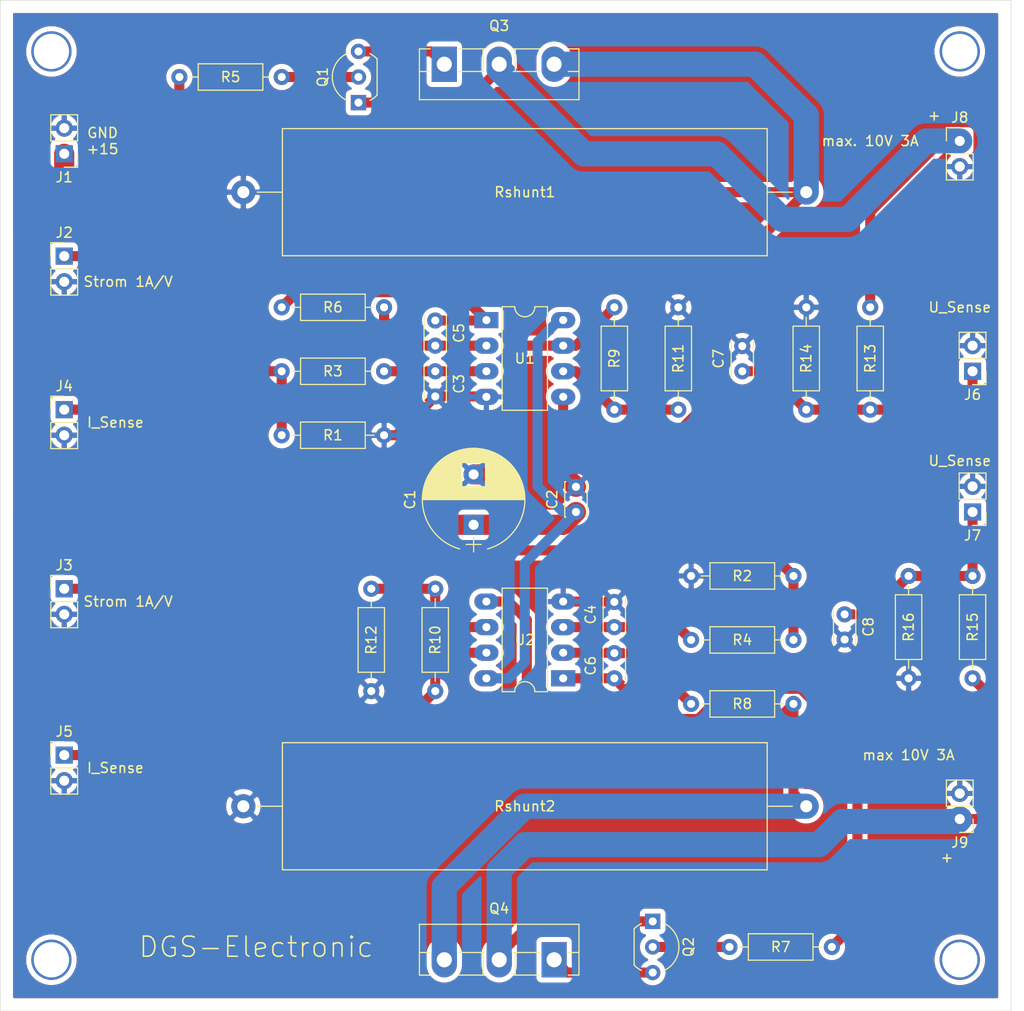
<source format=kicad_pcb>
(kicad_pcb (version 20171130) (host pcbnew 5.1.4-5.1.4)
  (layers (0 F.Cu signal) (31 B.Cu signal) (37 F.SilkS user) (38 B.Mask user) (39 F.Mask user) (44 Edge.Cuts user))
  (net 0 "")
  (net 1 GND)
  (net 2 +15V)
  (net 3 "Net-(C3-Pad1)")
  (net 4 "Net-(C4-Pad1)")
  (net 5 "Net-(C5-Pad1)")
  (net 6 "Net-(C5-Pad2)")
  (net 7 "Net-(C6-Pad2)")
  (net 8 "Net-(C6-Pad1)")
  (net 9 /U_Sense1)
  (net 10 /U_Sense2)
  (net 11 /Strom1)
  (net 12 /Strom2)
  (net 13 /I_Sense1)
  (net 14 /I_Sense2)
  (net 15 /Load1+)
  (net 16 /Load2+)
  (net 17 "Net-(Q1-Pad2)")
  (net 18 "Net-(Q1-Pad3)")
  (net 19 "Net-(Q2-Pad3)")
  (net 20 "Net-(Q2-Pad2)")
  (net 21 /U_Sh1)
  (net 22 /U_Sh2)
  (net 23 "Net-(R11-Pad2)")
  (net 24 "Net-(R10-Pad1)")
  (module Pin_Headers:Pin_Header_Straight_1x02_Pitch2.54mm (layer F.Cu) (at 209.55 119.38 180)
    (fp_text reference J9 (at 0 -2.33) (layer F.SilkS))
    (fp_text value Conn_01x02)
    (pad 1 thru_hole rect (at 0 0 180) (size 1.7 1.7) (drill 1) (layers *.Cu *.Mask) (net 16 /Load2+))
    (pad 2 thru_hole oval (at 0 2.54 180) (size 1.7 1.7) (drill 1) (layers *.Cu *.Mask) (net 1 GND))
  )
  (module Pin_Headers:Pin_Header_Straight_1x02_Pitch2.54mm (layer F.Cu) (at 209.55 52.07)
    (fp_text reference J8 (at 0 -2.33) (layer F.SilkS))
    (fp_text value Conn_01x02)
    (pad 1 thru_hole rect (at 0 0) (size 1.7 1.7) (drill 1) (layers *.Cu *.Mask) (net 15 /Load1+))
    (pad 2 thru_hole oval (at 0 2.54) (size 1.7 1.7) (drill 1) (layers *.Cu *.Mask) (net 1 GND))
  )
  (module Pin_Headers:Pin_Header_Straight_1x02_Pitch2.54mm (layer F.Cu) (at 120.65 53.34 180)
    (fp_text reference J1 (at 0 -2.33) (layer F.SilkS))
    (fp_text value Conn_01x02)
    (pad 1 thru_hole rect (at 0 0 180) (size 1.7 1.7) (drill 1) (layers *.Cu *.Mask) (net 2 +15V))
    (pad 2 thru_hole oval (at 0 2.54 180) (size 1.7 1.7) (drill 1) (layers *.Cu *.Mask) (net 1 GND))
  )
  (module Resistors_THT:R_Axial_Power_L48.0mm_W12.5mm_P55.88mm (layer F.Cu) (at 138.43 118.11)
    (fp_text reference Rshunt2 (at 27.94 0) (layer F.SilkS))
    (fp_text value "1R 10W")
    (pad 2 thru_hole oval (at 55.88 0) (size 2.4 2.4) (drill 1.2) (layers *.Cu *.Mask) (net 22 /U_Sh2))
    (pad 1 thru_hole circle (at 0 0) (size 2.4 2.4) (drill 1.2) (layers *.Cu *.Mask) (net 1 GND))
  )
  (module Pin_Headers:Pin_Header_Straight_1x02_Pitch2.54mm (layer F.Cu) (at 210.82 88.9 180)
    (fp_text reference J7 (at 0 -2.33) (layer F.SilkS))
    (fp_text value Conn_Coaxial)
    (pad 1 thru_hole rect (at 0 0 180) (size 1.7 1.7) (drill 1) (layers *.Cu *.Mask) (net 10 /U_Sense2))
    (pad 2 thru_hole oval (at 0 2.54 180) (size 1.7 1.7) (drill 1) (layers *.Cu *.Mask) (net 1 GND))
  )
  (module Pin_Headers:Pin_Header_Straight_1x02_Pitch2.54mm (layer F.Cu) (at 210.82 74.93 180)
    (fp_text reference J6 (at 0 -2.33) (layer F.SilkS))
    (fp_text value Conn_Coaxial)
    (pad 1 thru_hole rect (at 0 0 180) (size 1.7 1.7) (drill 1) (layers *.Cu *.Mask) (net 9 /U_Sense1))
    (pad 2 thru_hole oval (at 0 2.54 180) (size 1.7 1.7) (drill 1) (layers *.Cu *.Mask) (net 1 GND))
  )
  (module Pin_Headers:Pin_Header_Straight_1x02_Pitch2.54mm (layer F.Cu) (at 120.65 113.03)
    (fp_text reference J5 (at 0 -2.33) (layer F.SilkS))
    (fp_text value Conn_Coaxial)
    (pad 1 thru_hole rect (at 0 0) (size 1.7 1.7) (drill 1) (layers *.Cu *.Mask) (net 14 /I_Sense2))
    (pad 2 thru_hole oval (at 0 2.54) (size 1.7 1.7) (drill 1) (layers *.Cu *.Mask) (net 1 GND))
  )
  (module Pin_Headers:Pin_Header_Straight_1x02_Pitch2.54mm (layer F.Cu) (at 120.65 78.74)
    (fp_text reference J4 (at 0 -2.33) (layer F.SilkS))
    (fp_text value Conn_Coaxial)
    (pad 1 thru_hole rect (at 0 0) (size 1.7 1.7) (drill 1) (layers *.Cu *.Mask) (net 13 /I_Sense1))
    (pad 2 thru_hole oval (at 0 2.54) (size 1.7 1.7) (drill 1) (layers *.Cu *.Mask) (net 1 GND))
  )
  (module Pin_Headers:Pin_Header_Straight_1x02_Pitch2.54mm (layer F.Cu) (at 120.65 96.52)
    (fp_text reference J3 (at 0 -2.33) (layer F.SilkS))
    (fp_text value Conn_Coaxial)
    (pad 1 thru_hole rect (at 0 0) (size 1.7 1.7) (drill 1) (layers *.Cu *.Mask) (net 12 /Strom2))
    (pad 2 thru_hole oval (at 0 2.54) (size 1.7 1.7) (drill 1) (layers *.Cu *.Mask) (net 1 GND))
  )
  (module Pin_Headers:Pin_Header_Straight_1x02_Pitch2.54mm (layer F.Cu) (at 120.65 63.5)
    (fp_text reference J2 (at 0 -2.33) (layer F.SilkS))
    (fp_text value Conn_Coaxial)
    (pad 1 thru_hole rect (at 0 0) (size 1.7 1.7) (drill 1) (layers *.Cu *.Mask) (net 11 /Strom1))
    (pad 2 thru_hole oval (at 0 2.54) (size 1.7 1.7) (drill 1) (layers *.Cu *.Mask) (net 1 GND))
  )
  (module Capacitors_THT:CP_Radial_D10.0mm_P5.00mm (layer F.Cu) (at 161.29 90.17 90)
    (fp_text reference C1 (at 2.5 -6.31 90) (layer F.SilkS))
    (fp_text value 100u)
    (pad 2 thru_hole circle (at 5 0 90) (size 2 2) (drill 1) (layers *.Cu *.Mask) (net 1 GND))
    (pad 1 thru_hole rect (at 0 0 90) (size 2 2) (drill 1) (layers *.Cu *.Mask) (net 2 +15V))
  )
  (module Capacitors_THT:C_Disc_D3.4mm_W2.1mm_P2.50mm (layer F.Cu) (at 171.45 88.9 90)
    (fp_text reference C2 (at 1.25 -2.36 90) (layer F.SilkS))
    (fp_text value 100n)
    (pad 2 thru_hole circle (at 2.5 0 90) (size 1.6 1.6) (drill 0.8) (layers *.Cu *.Mask) (net 1 GND))
    (pad 1 thru_hole circle (at 0 0 90) (size 1.6 1.6) (drill 0.8) (layers *.Cu *.Mask) (net 2 +15V))
  )
  (module Capacitors_THT:C_Disc_D3.4mm_W2.1mm_P2.50mm (layer F.Cu) (at 157.48 74.93 270)
    (fp_text reference C3 (at 1.25 -2.36 90) (layer F.SilkS))
    (fp_text value 100n)
    (pad 1 thru_hole circle (at 0 0 270) (size 1.6 1.6) (drill 0.8) (layers *.Cu *.Mask) (net 3 "Net-(C3-Pad1)"))
    (pad 2 thru_hole circle (at 2.5 0 270) (size 1.6 1.6) (drill 0.8) (layers *.Cu *.Mask) (net 1 GND))
  )
  (module Capacitors_THT:C_Disc_D3.4mm_W2.1mm_P2.50mm (layer F.Cu) (at 175.26 100.33 90)
    (fp_text reference C4 (at 1.25 -2.36 90) (layer F.SilkS))
    (fp_text value 100n)
    (pad 2 thru_hole circle (at 2.5 0 90) (size 1.6 1.6) (drill 0.8) (layers *.Cu *.Mask) (net 1 GND))
    (pad 1 thru_hole circle (at 0 0 90) (size 1.6 1.6) (drill 0.8) (layers *.Cu *.Mask) (net 4 "Net-(C4-Pad1)"))
  )
  (module Capacitors_THT:C_Disc_D3.4mm_W2.1mm_P2.50mm (layer F.Cu) (at 157.48 69.89 270)
    (fp_text reference C5 (at 1.25 -2.36 90) (layer F.SilkS))
    (fp_text value 100n)
    (pad 1 thru_hole circle (at 0 0 270) (size 1.6 1.6) (drill 0.8) (layers *.Cu *.Mask) (net 5 "Net-(C5-Pad1)"))
    (pad 2 thru_hole circle (at 2.5 0 270) (size 1.6 1.6) (drill 0.8) (layers *.Cu *.Mask) (net 6 "Net-(C5-Pad2)"))
  )
  (module Capacitors_THT:C_Disc_D3.4mm_W2.1mm_P2.50mm (layer F.Cu) (at 175.26 105.41 90)
    (fp_text reference C6 (at 1.25 -2.36 90) (layer F.SilkS))
    (fp_text value 100n)
    (pad 2 thru_hole circle (at 2.5 0 90) (size 1.6 1.6) (drill 0.8) (layers *.Cu *.Mask) (net 7 "Net-(C6-Pad2)"))
    (pad 1 thru_hole circle (at 0 0 90) (size 1.6 1.6) (drill 0.8) (layers *.Cu *.Mask) (net 8 "Net-(C6-Pad1)"))
  )
  (module Capacitors_THT:C_Disc_D3.4mm_W2.1mm_P2.50mm (layer F.Cu) (at 187.96 74.93 90)
    (fp_text reference C7 (at 1.25 -2.36 90) (layer F.SilkS))
    (fp_text value 1n)
    (pad 1 thru_hole circle (at 0 0 90) (size 1.6 1.6) (drill 0.8) (layers *.Cu *.Mask) (net 9 /U_Sense1))
    (pad 2 thru_hole circle (at 2.5 0 90) (size 1.6 1.6) (drill 0.8) (layers *.Cu *.Mask) (net 1 GND))
  )
  (module Capacitors_THT:C_Disc_D3.4mm_W2.1mm_P2.50mm (layer F.Cu) (at 198.12 99.06 270)
    (fp_text reference C8 (at 1.25 -2.36 90) (layer F.SilkS))
    (fp_text value 1n)
    (pad 2 thru_hole circle (at 2.5 0 270) (size 1.6 1.6) (drill 0.8) (layers *.Cu *.Mask) (net 1 GND))
    (pad 1 thru_hole circle (at 0 0 270) (size 1.6 1.6) (drill 0.8) (layers *.Cu *.Mask) (net 10 /U_Sense2))
  )
  (module TO_SOT_Packages_THT:TO-92_Inline_Wide (layer F.Cu) (at 149.86 48.26 90)
    (fp_text reference Q1 (at 2.54 -3.56 270) (layer F.SilkS))
    (fp_text value BC337)
    (pad 2 thru_hole circle (at 2.54 0 180) (size 1.52 1.52) (drill 0.8) (layers *.Cu *.Mask) (net 17 "Net-(Q1-Pad2)"))
    (pad 3 thru_hole circle (at 5.08 0 180) (size 1.52 1.52) (drill 0.8) (layers *.Cu *.Mask) (net 18 "Net-(Q1-Pad3)"))
    (pad 1 thru_hole rect (at 0 0 180) (size 1.52 1.52) (drill 0.8) (layers *.Cu *.Mask) (net 15 /Load1+))
  )
  (module TO_SOT_Packages_THT:TO-92_Inline_Wide (layer F.Cu) (at 179.07 129.54 270)
    (fp_text reference Q2 (at 2.54 -3.56 270) (layer F.SilkS))
    (fp_text value BC337)
    (pad 1 thru_hole rect (at 0 0) (size 1.52 1.52) (drill 0.8) (layers *.Cu *.Mask) (net 16 /Load2+))
    (pad 3 thru_hole circle (at 5.08 0) (size 1.52 1.52) (drill 0.8) (layers *.Cu *.Mask) (net 19 "Net-(Q2-Pad3)"))
    (pad 2 thru_hole circle (at 2.54 0) (size 1.52 1.52) (drill 0.8) (layers *.Cu *.Mask) (net 20 "Net-(Q2-Pad2)"))
  )
  (module TO_SOT_Packages_THT:TO-3PB__Vertical (layer F.Cu) (at 158.38 44.45)
    (fp_text reference Q3 (at 5.45 -3.81) (layer F.SilkS))
    (fp_text value 2SD1047)
    (pad 3 thru_hole oval (at 10.9 0) (size 2.5 3.5) (drill 1.5) (layers *.Cu *.Mask) (net 21 /U_Sh1))
    (pad 2 thru_hole oval (at 5.45 0) (size 2.5 3.5) (drill 1.5) (layers *.Cu *.Mask) (net 15 /Load1+))
    (pad 1 thru_hole rect (at 0 0) (size 2.5 3.5) (drill 1.5) (layers *.Cu *.Mask) (net 18 "Net-(Q1-Pad3)"))
  )
  (module TO_SOT_Packages_THT:TO-3PB__Vertical (layer F.Cu) (at 169.28 133.35 180)
    (fp_text reference Q4 (at 5.45 5.08) (layer F.SilkS))
    (fp_text value 2SD1047)
    (pad 1 thru_hole rect (at 0 0 180) (size 2.5 3.5) (drill 1.5) (layers *.Cu *.Mask) (net 19 "Net-(Q2-Pad3)"))
    (pad 2 thru_hole oval (at 5.45 0 180) (size 2.5 3.5) (drill 1.5) (layers *.Cu *.Mask) (net 16 /Load2+))
    (pad 3 thru_hole oval (at 10.9 0 180) (size 2.5 3.5) (drill 1.5) (layers *.Cu *.Mask) (net 22 /U_Sh2))
  )
  (module Resistors_THT:R_Axial_DIN0207_L6.3mm_D2.5mm_P10.16mm_Horizontal (layer F.Cu) (at 142.24 81.28)
    (fp_text reference R1 (at 5.08 0) (layer F.SilkS))
    (fp_text value 10k)
    (pad 2 thru_hole oval (at 10.16 0) (size 1.6 1.6) (drill 0.8) (layers *.Cu *.Mask) (net 1 GND))
    (pad 1 thru_hole circle (at 0 0) (size 1.6 1.6) (drill 0.8) (layers *.Cu *.Mask) (net 11 /Strom1))
  )
  (module Resistors_THT:R_Axial_DIN0207_L6.3mm_D2.5mm_P10.16mm_Horizontal (layer F.Cu) (at 193.04 95.25 180)
    (fp_text reference R2 (at 5.08 0) (layer F.SilkS))
    (fp_text value 10k)
    (pad 1 thru_hole circle (at 0 0 180) (size 1.6 1.6) (drill 0.8) (layers *.Cu *.Mask) (net 12 /Strom2))
    (pad 2 thru_hole oval (at 10.16 0 180) (size 1.6 1.6) (drill 0.8) (layers *.Cu *.Mask) (net 1 GND))
  )
  (module Resistors_THT:R_Axial_DIN0207_L6.3mm_D2.5mm_P10.16mm_Horizontal (layer F.Cu) (at 152.4 74.93 180)
    (fp_text reference R3 (at 5.08 0) (layer F.SilkS))
    (fp_text value 10k)
    (pad 1 thru_hole circle (at 0 0 180) (size 1.6 1.6) (drill 0.8) (layers *.Cu *.Mask) (net 3 "Net-(C3-Pad1)"))
    (pad 2 thru_hole oval (at 10.16 0 180) (size 1.6 1.6) (drill 0.8) (layers *.Cu *.Mask) (net 11 /Strom1))
  )
  (module Resistors_THT:R_Axial_DIN0207_L6.3mm_D2.5mm_P10.16mm_Horizontal (layer F.Cu) (at 182.88 101.6)
    (fp_text reference R4 (at 5.08 0) (layer F.SilkS))
    (fp_text value 10k)
    (pad 2 thru_hole oval (at 10.16 0) (size 1.6 1.6) (drill 0.8) (layers *.Cu *.Mask) (net 12 /Strom2))
    (pad 1 thru_hole circle (at 0 0) (size 1.6 1.6) (drill 0.8) (layers *.Cu *.Mask) (net 4 "Net-(C4-Pad1)"))
  )
  (module Resistors_THT:R_Axial_DIN0207_L6.3mm_D2.5mm_P10.16mm_Horizontal (layer F.Cu) (at 142.24 45.72 180)
    (fp_text reference R5 (at 5.08 0) (layer F.SilkS))
    (fp_text value 1k)
    (pad 1 thru_hole circle (at 0 0 180) (size 1.6 1.6) (drill 0.8) (layers *.Cu *.Mask) (net 17 "Net-(Q1-Pad2)"))
    (pad 2 thru_hole oval (at 10.16 0 180) (size 1.6 1.6) (drill 0.8) (layers *.Cu *.Mask) (net 5 "Net-(C5-Pad1)"))
  )
  (module Resistors_THT:R_Axial_DIN0207_L6.3mm_D2.5mm_P10.16mm_Horizontal (layer F.Cu) (at 142.24 68.58)
    (fp_text reference R6 (at 5.08 0) (layer F.SilkS))
    (fp_text value 10k)
    (pad 2 thru_hole oval (at 10.16 0) (size 1.6 1.6) (drill 0.8) (layers *.Cu *.Mask) (net 6 "Net-(C5-Pad2)"))
    (pad 1 thru_hole circle (at 0 0) (size 1.6 1.6) (drill 0.8) (layers *.Cu *.Mask) (net 21 /U_Sh1))
  )
  (module Resistors_THT:R_Axial_DIN0207_L6.3mm_D2.5mm_P10.16mm_Horizontal (layer F.Cu) (at 186.69 132.08)
    (fp_text reference R7 (at 5.08 0) (layer F.SilkS))
    (fp_text value 1k)
    (pad 1 thru_hole circle (at 0 0) (size 1.6 1.6) (drill 0.8) (layers *.Cu *.Mask) (net 20 "Net-(Q2-Pad2)"))
    (pad 2 thru_hole oval (at 10.16 0) (size 1.6 1.6) (drill 0.8) (layers *.Cu *.Mask) (net 8 "Net-(C6-Pad1)"))
  )
  (module Resistors_THT:R_Axial_DIN0207_L6.3mm_D2.5mm_P10.16mm_Horizontal (layer F.Cu) (at 193.04 107.95 180)
    (fp_text reference R8 (at 5.08 0) (layer F.SilkS))
    (fp_text value 10k)
    (pad 2 thru_hole oval (at 10.16 0 180) (size 1.6 1.6) (drill 0.8) (layers *.Cu *.Mask) (net 7 "Net-(C6-Pad2)"))
    (pad 1 thru_hole circle (at 0 0 180) (size 1.6 1.6) (drill 0.8) (layers *.Cu *.Mask) (net 22 /U_Sh2))
  )
  (module Resistors_THT:R_Axial_DIN0207_L6.3mm_D2.5mm_P10.16mm_Horizontal (layer F.Cu) (at 175.26 78.74 90)
    (fp_text reference R9 (at 5.08 0 90) (layer F.SilkS))
    (fp_text value 4k7)
    (pad 2 thru_hole oval (at 10.16 0 90) (size 1.6 1.6) (drill 0.8) (layers *.Cu *.Mask) (net 13 /I_Sense1))
    (pad 1 thru_hole circle (at 0 0 90) (size 1.6 1.6) (drill 0.8) (layers *.Cu *.Mask) (net 23 "Net-(R11-Pad2)"))
  )
  (module Resistors_THT:R_Axial_DIN0207_L6.3mm_D2.5mm_P10.16mm_Horizontal (layer F.Cu) (at 157.48 96.52 270)
    (fp_text reference R10 (at 5.08 0 90) (layer F.SilkS))
    (fp_text value 4k7)
    (pad 2 thru_hole oval (at 10.16 0 270) (size 1.6 1.6) (drill 0.8) (layers *.Cu *.Mask) (net 14 /I_Sense2))
    (pad 1 thru_hole circle (at 0 0 270) (size 1.6 1.6) (drill 0.8) (layers *.Cu *.Mask) (net 24 "Net-(R10-Pad1)"))
  )
  (module Resistors_THT:R_Axial_DIN0207_L6.3mm_D2.5mm_P10.16mm_Horizontal (layer F.Cu) (at 181.61 68.58 270)
    (fp_text reference R11 (at 5.08 0 90) (layer F.SilkS))
    (fp_text value 10k)
    (pad 1 thru_hole circle (at 0 0 270) (size 1.6 1.6) (drill 0.8) (layers *.Cu *.Mask) (net 1 GND))
    (pad 2 thru_hole oval (at 10.16 0 270) (size 1.6 1.6) (drill 0.8) (layers *.Cu *.Mask) (net 23 "Net-(R11-Pad2)"))
  )
  (module Resistors_THT:R_Axial_DIN0207_L6.3mm_D2.5mm_P10.16mm_Horizontal (layer F.Cu) (at 151.13 106.68 90)
    (fp_text reference R12 (at 5.08 0 90) (layer F.SilkS))
    (fp_text value 10k)
    (pad 1 thru_hole circle (at 0 0 90) (size 1.6 1.6) (drill 0.8) (layers *.Cu *.Mask) (net 1 GND))
    (pad 2 thru_hole oval (at 10.16 0 90) (size 1.6 1.6) (drill 0.8) (layers *.Cu *.Mask) (net 24 "Net-(R10-Pad1)"))
  )
  (module Resistors_THT:R_Axial_DIN0207_L6.3mm_D2.5mm_P10.16mm_Horizontal (layer F.Cu) (at 200.66 68.58 270)
    (fp_text reference R13 (at 5.08 0 90) (layer F.SilkS))
    (fp_text value 10k)
    (pad 2 thru_hole oval (at 10.16 0 270) (size 1.6 1.6) (drill 0.8) (layers *.Cu *.Mask) (net 9 /U_Sense1))
    (pad 1 thru_hole circle (at 0 0 270) (size 1.6 1.6) (drill 0.8) (layers *.Cu *.Mask) (net 15 /Load1+))
  )
  (module Resistors_THT:R_Axial_DIN0207_L6.3mm_D2.5mm_P10.16mm_Horizontal (layer F.Cu) (at 194.31 78.74 90)
    (fp_text reference R14 (at 5.08 0 90) (layer F.SilkS))
    (fp_text value 10k)
    (pad 1 thru_hole circle (at 0 0 90) (size 1.6 1.6) (drill 0.8) (layers *.Cu *.Mask) (net 9 /U_Sense1))
    (pad 2 thru_hole oval (at 10.16 0 90) (size 1.6 1.6) (drill 0.8) (layers *.Cu *.Mask) (net 1 GND))
  )
  (module Resistors_THT:R_Axial_DIN0207_L6.3mm_D2.5mm_P10.16mm_Horizontal (layer F.Cu) (at 210.82 105.41 90)
    (fp_text reference R15 (at 5.08 0 90) (layer F.SilkS))
    (fp_text value 10k)
    (pad 2 thru_hole oval (at 10.16 0 90) (size 1.6 1.6) (drill 0.8) (layers *.Cu *.Mask) (net 10 /U_Sense2))
    (pad 1 thru_hole circle (at 0 0 90) (size 1.6 1.6) (drill 0.8) (layers *.Cu *.Mask) (net 16 /Load2+))
  )
  (module Resistors_THT:R_Axial_DIN0207_L6.3mm_D2.5mm_P10.16mm_Horizontal (layer F.Cu) (at 204.47 95.25 270)
    (fp_text reference R16 (at 5.08 0 90) (layer F.SilkS))
    (fp_text value 10k)
    (pad 1 thru_hole circle (at 0 0 270) (size 1.6 1.6) (drill 0.8) (layers *.Cu *.Mask) (net 10 /U_Sense2))
    (pad 2 thru_hole oval (at 10.16 0 270) (size 1.6 1.6) (drill 0.8) (layers *.Cu *.Mask) (net 1 GND))
  )
  (module Resistors_THT:R_Axial_Power_L48.0mm_W12.5mm_P55.88mm (layer F.Cu) (at 194.31 57.15 180)
    (fp_text reference Rshunt1 (at 27.94 0) (layer F.SilkS))
    (fp_text value "1R 10W")
    (pad 1 thru_hole circle (at 0 0 180) (size 2.4 2.4) (drill 1.2) (layers *.Cu *.Mask) (net 21 /U_Sh1))
    (pad 2 thru_hole oval (at 55.88 0 180) (size 2.4 2.4) (drill 1.2) (layers *.Cu *.Mask) (net 1 GND))
  )
  (module Housings_DIP:DIP-8_W7.62mm_LongPads (layer F.Cu) (at 162.56 69.85)
    (fp_text reference U1 (at 3.81 3.81) (layer F.SilkS))
    (fp_text value LM358)
    (pad 8 thru_hole oval (at 7.62 0) (size 2.4 1.6) (drill 0.8) (layers *.Cu *.Mask) (net 2 +15V))
    (pad 4 thru_hole oval (at 0 7.62) (size 2.4 1.6) (drill 0.8) (layers *.Cu *.Mask) (net 1 GND))
    (pad 7 thru_hole oval (at 7.62 2.54) (size 2.4 1.6) (drill 0.8) (layers *.Cu *.Mask) (net 13 /I_Sense1))
    (pad 3 thru_hole oval (at 0 5.08) (size 2.4 1.6) (drill 0.8) (layers *.Cu *.Mask) (net 3 "Net-(C3-Pad1)"))
    (pad 6 thru_hole oval (at 7.62 5.08) (size 2.4 1.6) (drill 0.8) (layers *.Cu *.Mask) (net 23 "Net-(R11-Pad2)"))
    (pad 2 thru_hole oval (at 0 2.54) (size 2.4 1.6) (drill 0.8) (layers *.Cu *.Mask) (net 6 "Net-(C5-Pad2)"))
    (pad 5 thru_hole oval (at 7.62 7.62) (size 2.4 1.6) (drill 0.8) (layers *.Cu *.Mask) (net 21 /U_Sh1))
    (pad 1 thru_hole rect (at 0 0) (size 2.4 1.6) (drill 0.8) (layers *.Cu *.Mask) (net 5 "Net-(C5-Pad1)"))
  )
  (module Housings_DIP:DIP-8_W7.62mm_LongPads (layer F.Cu) (at 170.18 105.41 180)
    (fp_text reference U2 (at 3.81 3.81) (layer F.SilkS))
    (fp_text value LM358)
    (pad 1 thru_hole rect (at 0 0 180) (size 2.4 1.6) (drill 0.8) (layers *.Cu *.Mask) (net 8 "Net-(C6-Pad1)"))
    (pad 5 thru_hole oval (at 7.62 7.62 180) (size 2.4 1.6) (drill 0.8) (layers *.Cu *.Mask) (net 22 /U_Sh2))
    (pad 2 thru_hole oval (at 0 2.54 180) (size 2.4 1.6) (drill 0.8) (layers *.Cu *.Mask) (net 7 "Net-(C6-Pad2)"))
    (pad 6 thru_hole oval (at 7.62 5.08 180) (size 2.4 1.6) (drill 0.8) (layers *.Cu *.Mask) (net 24 "Net-(R10-Pad1)"))
    (pad 3 thru_hole oval (at 0 5.08 180) (size 2.4 1.6) (drill 0.8) (layers *.Cu *.Mask) (net 4 "Net-(C4-Pad1)"))
    (pad 7 thru_hole oval (at 7.62 2.54 180) (size 2.4 1.6) (drill 0.8) (layers *.Cu *.Mask) (net 14 /I_Sense2))
    (pad 4 thru_hole oval (at 0 7.62 180) (size 2.4 1.6) (drill 0.8) (layers *.Cu *.Mask) (net 1 GND))
    (pad 8 thru_hole oval (at 7.62 0 180) (size 2.4 1.6) (drill 0.8) (layers *.Cu *.Mask) (net 2 +15V))
  )
  (gr_text DGS-Electronic (at 139.7 132.08) (layer F.SilkS) (effects (font (size 2 2))))
  (gr_text + (at 207.01 49.53) (layer F.SilkS) (effects (font (size 1 1))))
  (gr_text + (at 208.28 123.19) (layer F.SilkS) (effects (font (size 1 1))))
  (gr_text "max 10V 3A" (at 204.47 113.03) (layer F.SilkS) (effects (font (size 1 1))))
  (gr_text "max. 10V 3A" (at 200.66 52.07) (layer F.SilkS) (effects (font (size 1 1))))
  (gr_text U_Sense (at 209.55 83.82) (layer F.SilkS) (effects (font (size 1 1))))
  (gr_text U_Sense (at 209.55 68.58) (layer F.SilkS) (effects (font (size 1 1))))
  (gr_text I_Sense (at 125.73 114.3) (layer F.SilkS) (effects (font (size 1 1))))
  (gr_text "Strom 1A/V" (at 127 97.79) (layer F.SilkS) (effects (font (size 1 1))))
  (gr_text I_Sense (at 125.73 80.01) (layer F.SilkS) (effects (font (size 1 1))))
  (gr_text "Strom 1A/V" (at 127 66.04) (layer F.SilkS) (effects (font (size 1 1))))
  (gr_text "GND\n+15" (at 124.46 52.07) (layer F.SilkS) (effects (font (size 1 1))))
  (gr_line (start 114.3 138.43) (end 114.3 38.1) (layer Edge.Cuts) (width 0.05))
  (gr_line (start 214.63 138.43) (end 114.3 138.43) (layer Edge.Cuts) (width 0.05))
  (gr_line (start 214.63 38.1) (end 214.63 138.43) (layer Edge.Cuts) (width 0.05))
  (gr_line (start 114.3 38.1) (end 214.63 38.1) (layer Edge.Cuts) (width 0.05))
  (via (at 209.55 133.35) (size 4) (drill 3.5) (layers F.Cu B.Cu) (net 0))
  (via (at 119.38 133.35) (size 4) (drill 3.5) (layers F.Cu B.Cu) (net 0))
  (via (at 119.38 43.18) (size 4) (drill 3.5) (layers F.Cu B.Cu) (net 0))
  (via (at 209.55 43.18) (size 4) (drill 3.5) (layers F.Cu B.Cu) (net 0))
  (segment (start 170.22 85.17) (end 171.45 86.4) (width 2) (layer F.Cu) (net 1))
  (segment (start 161.29 85.17) (end 170.22 85.17) (width 2) (layer F.Cu) (net 1))
  (segment (start 162.52 77.43) (end 162.56 77.47) (width 1) (layer F.Cu) (net 1))
  (segment (start 157.48 77.43) (end 162.52 77.43) (width 1) (layer F.Cu) (net 1))
  (segment (start 153.63 81.28) (end 157.48 77.43) (width 1) (layer F.Cu) (net 1))
  (segment (start 152.4 81.28) (end 153.63 81.28) (width 1) (layer F.Cu) (net 1))
  (segment (start 175.22 97.79) (end 175.26 97.83) (width 1) (layer F.Cu) (net 1))
  (segment (start 170.18 97.79) (end 175.22 97.79) (width 1) (layer F.Cu) (net 1))
  (segment (start 170.18 90.17) (end 171.45 88.9) (width 2) (layer F.Cu) (net 2))
  (segment (start 161.29 90.17) (end 170.18 90.17) (width 2) (layer F.Cu) (net 2))
  (segment (start 161.29 90.17) (end 119.38 90.17) (width 2) (layer F.Cu) (net 2))
  (segment (start 119.38 90.17) (end 116.84 87.63) (width 2) (layer F.Cu) (net 2))
  (segment (start 116.84 87.63) (end 116.84 62.23) (width 2) (layer F.Cu) (net 2))
  (segment (start 120.65 58.42) (end 120.65 53.34) (width 2) (layer F.Cu) (net 2))
  (segment (start 116.84 62.23) (end 120.65 58.42) (width 2) (layer F.Cu) (net 2))
  (segment (start 171.45 88.9) (end 170.18 88.9) (width 1) (layer B.Cu) (net 2))
  (segment (start 170.18 88.9) (end 167.64 86.36) (width 1) (layer B.Cu) (net 2))
  (segment (start 169.78 69.85) (end 170.18 69.85) (width 1) (layer B.Cu) (net 2))
  (segment (start 167.64 71.99) (end 169.78 69.85) (width 1) (layer B.Cu) (net 2))
  (segment (start 167.64 86.36) (end 167.64 71.99) (width 1) (layer B.Cu) (net 2))
  (segment (start 164.76 105.41) (end 166.37 103.8) (width 1) (layer B.Cu) (net 2))
  (segment (start 162.56 105.41) (end 164.76 105.41) (width 1) (layer B.Cu) (net 2))
  (segment (start 166.37 93.98) (end 171.45 88.9) (width 1) (layer B.Cu) (net 2))
  (segment (start 166.37 103.8) (end 166.37 93.98) (width 1) (layer B.Cu) (net 2))
  (segment (start 162.56 74.93) (end 156.21 74.93) (width 0.25) (layer F.Cu) (net 3))
  (segment (start 157.48 74.93) (end 162.56 74.93) (width 1) (layer F.Cu) (net 3))
  (segment (start 157.48 74.93) (end 152.4 74.93) (width 1) (layer F.Cu) (net 3))
  (segment (start 170.18 100.33) (end 175.26 100.33) (width 1) (layer F.Cu) (net 4))
  (segment (start 181.61 100.33) (end 182.88 101.6) (width 1) (layer F.Cu) (net 4))
  (segment (start 175.26 100.33) (end 181.61 100.33) (width 1) (layer F.Cu) (net 4))
  (segment (start 162.52 69.89) (end 162.56 69.85) (width 1) (layer F.Cu) (net 5))
  (segment (start 157.48 69.89) (end 162.52 69.89) (width 1) (layer F.Cu) (net 5))
  (segment (start 132.08 45.72) (end 132.08 63.5) (width 1) (layer F.Cu) (net 5))
  (segment (start 132.08 63.5) (end 139.7 71.12) (width 1) (layer F.Cu) (net 5))
  (segment (start 139.7 71.12) (end 144.78 71.12) (width 1) (layer F.Cu) (net 5))
  (segment (start 148.820001 67.079999) (end 159.789999 67.079999) (width 1) (layer F.Cu) (net 5))
  (segment (start 144.78 71.12) (end 148.820001 67.079999) (width 1) (layer F.Cu) (net 5))
  (segment (start 159.789999 67.079999) (end 162.56 69.85) (width 1) (layer F.Cu) (net 5))
  (segment (start 152.4 68.58) (end 152.4 69.85) (width 1) (layer F.Cu) (net 6))
  (segment (start 154.94 72.39) (end 157.48 72.39) (width 1) (layer F.Cu) (net 6))
  (segment (start 152.4 69.85) (end 154.94 72.39) (width 1) (layer F.Cu) (net 6))
  (segment (start 162.56 72.39) (end 157.48 72.39) (width 1) (layer F.Cu) (net 6))
  (segment (start 175.22 102.87) (end 175.26 102.91) (width 1) (layer F.Cu) (net 7))
  (segment (start 170.18 102.87) (end 175.22 102.87) (width 1) (layer F.Cu) (net 7))
  (segment (start 177.84 102.91) (end 182.88 107.95) (width 1) (layer F.Cu) (net 7))
  (segment (start 175.26 102.91) (end 177.84 102.91) (width 1) (layer F.Cu) (net 7))
  (segment (start 170.18 105.41) (end 175.26 105.41) (width 1) (layer F.Cu) (net 8))
  (segment (start 176.059999 106.209999) (end 175.26 105.41) (width 1) (layer F.Cu) (net 8))
  (segment (start 179.300001 109.450001) (end 176.059999 106.209999) (width 1) (layer F.Cu) (net 8))
  (segment (start 186.600003 106.449999) (end 183.600001 109.450001) (width 1) (layer F.Cu) (net 8))
  (segment (start 193.760001 106.449999) (end 186.600003 106.449999) (width 1) (layer F.Cu) (net 8))
  (segment (start 183.600001 109.450001) (end 179.300001 109.450001) (width 1) (layer F.Cu) (net 8))
  (segment (start 199.39 112.079998) (end 193.760001 106.449999) (width 1) (layer F.Cu) (net 8))
  (segment (start 199.39 129.54) (end 199.39 112.079998) (width 1) (layer F.Cu) (net 8))
  (segment (start 196.85 132.08) (end 199.39 129.54) (width 1) (layer F.Cu) (net 8))
  (segment (start 190.5 74.93) (end 194.31 78.74) (width 1) (layer F.Cu) (net 9))
  (segment (start 187.96 74.93) (end 190.5 74.93) (width 1) (layer F.Cu) (net 9))
  (segment (start 194.31 78.74) (end 200.66 78.74) (width 1) (layer F.Cu) (net 9))
  (segment (start 210.82 76.78) (end 210.82 74.93) (width 1) (layer F.Cu) (net 9))
  (segment (start 208.86 78.74) (end 210.82 76.78) (width 1) (layer F.Cu) (net 9))
  (segment (start 200.66 78.74) (end 208.86 78.74) (width 1) (layer F.Cu) (net 9))
  (segment (start 210.82 88.9) (end 210.82 95.25) (width 1) (layer F.Cu) (net 10))
  (segment (start 210.82 95.25) (end 204.47 95.25) (width 1) (layer F.Cu) (net 10))
  (segment (start 200.66 99.06) (end 204.47 95.25) (width 1) (layer F.Cu) (net 10))
  (segment (start 198.12 99.06) (end 200.66 99.06) (width 1) (layer F.Cu) (net 10))
  (segment (start 142.24 74.93) (end 142.24 81.28) (width 1) (layer F.Cu) (net 11))
  (segment (start 142.24 74.93) (end 140.97 74.93) (width 1) (layer F.Cu) (net 11))
  (segment (start 129.54 63.5) (end 120.65 63.5) (width 1) (layer F.Cu) (net 11))
  (segment (start 140.97 74.93) (end 129.54 63.5) (width 1) (layer F.Cu) (net 11))
  (segment (start 193.04 101.6) (end 193.04 95.25) (width 1) (layer F.Cu) (net 12))
  (segment (start 192.240001 94.450001) (end 193.04 95.25) (width 1) (layer F.Cu) (net 12))
  (segment (start 190.5 92.71) (end 192.240001 94.450001) (width 1) (layer F.Cu) (net 12))
  (segment (start 122.5 96.52) (end 126.31 92.71) (width 1) (layer F.Cu) (net 12))
  (segment (start 126.31 92.71) (end 190.5 92.71) (width 1) (layer F.Cu) (net 12))
  (segment (start 120.65 96.52) (end 122.5 96.52) (width 1) (layer F.Cu) (net 12))
  (segment (start 171.45 72.39) (end 175.26 68.58) (width 1) (layer F.Cu) (net 13))
  (segment (start 170.18 72.39) (end 171.45 72.39) (width 1) (layer F.Cu) (net 13))
  (segment (start 122.5 78.74) (end 120.65 78.74) (width 1) (layer F.Cu) (net 13))
  (segment (start 157.461334 85.09) (end 128.85 85.09) (width 1) (layer F.Cu) (net 13))
  (segment (start 170.18 72.39) (end 166.37 72.39) (width 1) (layer F.Cu) (net 13))
  (segment (start 128.85 85.09) (end 122.5 78.74) (width 1) (layer F.Cu) (net 13))
  (segment (start 165.090667 80.000667) (end 163.820667 81.270667) (width 1) (layer F.Cu) (net 13))
  (segment (start 166.37 72.39) (end 165.090667 73.669333) (width 1) (layer F.Cu) (net 13))
  (segment (start 161.280667 81.270667) (end 157.461334 85.09) (width 1) (layer F.Cu) (net 13))
  (segment (start 165.090667 73.669333) (end 165.090667 80.000667) (width 1) (layer F.Cu) (net 13))
  (segment (start 163.820667 81.270667) (end 161.280667 81.270667) (width 1) (layer F.Cu) (net 13))
  (segment (start 157.48 106.68) (end 157.48 104.14) (width 1) (layer F.Cu) (net 14))
  (segment (start 158.75 102.87) (end 162.56 102.87) (width 1) (layer F.Cu) (net 14))
  (segment (start 157.48 104.14) (end 158.75 102.87) (width 1) (layer F.Cu) (net 14))
  (segment (start 151.13 113.03) (end 157.48 106.68) (width 1) (layer F.Cu) (net 14))
  (segment (start 120.65 113.03) (end 151.13 113.03) (width 1) (layer F.Cu) (net 14))
  (segment (start 163.83 44.95) (end 163.83 44.45) (width 1) (layer F.Cu) (net 15))
  (segment (start 160.52 48.26) (end 163.83 44.95) (width 1) (layer F.Cu) (net 15))
  (segment (start 149.86 48.26) (end 160.52 48.26) (width 1) (layer F.Cu) (net 15))
  (segment (start 200.66 67.44863) (end 200.66 68.58) (width 1) (layer F.Cu) (net 15))
  (segment (start 200.66 59.11) (end 200.66 67.44863) (width 1) (layer F.Cu) (net 15))
  (segment (start 207.7 52.07) (end 200.66 59.11) (width 1) (layer F.Cu) (net 15))
  (segment (start 209.55 52.07) (end 207.7 52.07) (width 1) (layer F.Cu) (net 15))
  (segment (start 163.83 44.95) (end 163.83 44.45) (width 2.5) (layer B.Cu) (net 15))
  (segment (start 209.55 52.07) (end 206.2 52.07) (width 2.5) (layer B.Cu) (net 15))
  (segment (start 185.42 53.34) (end 172.22 53.34) (width 2.5) (layer B.Cu) (net 15))
  (segment (start 198.419991 59.850009) (end 191.930009 59.850009) (width 2.5) (layer B.Cu) (net 15))
  (segment (start 191.930009 59.850009) (end 185.42 53.34) (width 2.5) (layer B.Cu) (net 15))
  (segment (start 206.2 52.07) (end 198.419991 59.850009) (width 2.5) (layer B.Cu) (net 15))
  (segment (start 172.22 53.34) (end 163.83 44.95) (width 2.5) (layer B.Cu) (net 15))
  (segment (start 163.83 132.85) (end 163.83 133.35) (width 1) (layer F.Cu) (net 16))
  (segment (start 167.14 129.54) (end 163.83 132.85) (width 1) (layer F.Cu) (net 16))
  (segment (start 179.07 129.54) (end 167.14 129.54) (width 1) (layer F.Cu) (net 16))
  (segment (start 209.310001 119.619999) (end 197.880001 119.619999) (width 2.5) (layer B.Cu) (net 16))
  (segment (start 209.55 119.38) (end 209.310001 119.619999) (width 2.5) (layer B.Cu) (net 16))
  (segment (start 197.880001 119.619999) (end 195.58 121.92) (width 2.5) (layer B.Cu) (net 16))
  (segment (start 195.58 121.92) (end 166.37 121.92) (width 2.5) (layer B.Cu) (net 16))
  (segment (start 163.83 124.46) (end 163.83 133.35) (width 2.5) (layer B.Cu) (net 16))
  (segment (start 166.37 121.92) (end 163.83 124.46) (width 2.5) (layer B.Cu) (net 16))
  (segment (start 211.4 119.38) (end 212.09 118.69) (width 1) (layer F.Cu) (net 16))
  (segment (start 209.55 119.38) (end 211.4 119.38) (width 1) (layer F.Cu) (net 16))
  (segment (start 212.09 106.68) (end 210.82 105.41) (width 1) (layer F.Cu) (net 16))
  (segment (start 212.09 118.69) (end 212.09 106.68) (width 1) (layer F.Cu) (net 16))
  (segment (start 142.24 45.72) (end 149.86 45.72) (width 1) (layer F.Cu) (net 17))
  (segment (start 157.11 43.18) (end 158.38 44.45) (width 1) (layer F.Cu) (net 18))
  (segment (start 149.86 43.18) (end 157.11 43.18) (width 1) (layer F.Cu) (net 18))
  (segment (start 170.55 134.62) (end 169.28 133.35) (width 1) (layer F.Cu) (net 19))
  (segment (start 179.07 134.62) (end 170.55 134.62) (width 1) (layer F.Cu) (net 19))
  (segment (start 186.69 132.08) (end 179.07 132.08) (width 1) (layer F.Cu) (net 20))
  (segment (start 194.31 49.53) (end 194.31 55.452944) (width 2.5) (layer B.Cu) (net 21))
  (segment (start 194.31 55.452944) (end 194.31 57.15) (width 2.5) (layer B.Cu) (net 21))
  (segment (start 189.23 44.45) (end 194.31 49.53) (width 2.5) (layer B.Cu) (net 21))
  (segment (start 169.28 44.45) (end 189.23 44.45) (width 2.5) (layer B.Cu) (net 21))
  (segment (start 153.67 57.15) (end 194.31 57.15) (width 1) (layer F.Cu) (net 21))
  (segment (start 142.24 68.58) (end 153.67 57.15) (width 1) (layer F.Cu) (net 21))
  (segment (start 185.42 66.04) (end 194.31 57.15) (width 1) (layer F.Cu) (net 21))
  (segment (start 185.42 77.150002) (end 185.42 66.04) (width 1) (layer F.Cu) (net 21))
  (segment (start 172.19 81.28) (end 181.290002 81.28) (width 1) (layer F.Cu) (net 21))
  (segment (start 170.18 77.47) (end 170.18 79.27) (width 1) (layer F.Cu) (net 21))
  (segment (start 181.290002 81.28) (end 185.42 77.150002) (width 1) (layer F.Cu) (net 21))
  (segment (start 170.18 79.27) (end 172.19 81.28) (width 1) (layer F.Cu) (net 21))
  (segment (start 193.04 116.84) (end 194.31 118.11) (width 1) (layer F.Cu) (net 22))
  (segment (start 193.04 107.95) (end 193.04 116.84) (width 1) (layer F.Cu) (net 22))
  (segment (start 166.57 99.6) (end 166.57 106.88) (width 1) (layer F.Cu) (net 22))
  (segment (start 164.76 97.79) (end 166.57 99.6) (width 1) (layer F.Cu) (net 22))
  (segment (start 162.56 97.79) (end 164.76 97.79) (width 1) (layer F.Cu) (net 22))
  (segment (start 171.45 111.76) (end 189.23 111.76) (width 1) (layer F.Cu) (net 22))
  (segment (start 189.23 111.76) (end 193.04 107.95) (width 1) (layer F.Cu) (net 22))
  (segment (start 171.45 111.76) (end 166.57 106.88) (width 1) (layer F.Cu) (net 22))
  (segment (start 166.36161 118.11) (end 192.612944 118.11) (width 2.5) (layer B.Cu) (net 22))
  (segment (start 158.38 126.09161) (end 166.36161 118.11) (width 2.5) (layer B.Cu) (net 22))
  (segment (start 192.612944 118.11) (end 194.31 118.11) (width 2.5) (layer B.Cu) (net 22))
  (segment (start 158.38 133.35) (end 158.38 126.09161) (width 2.5) (layer B.Cu) (net 22))
  (segment (start 171.45 74.93) (end 175.26 78.74) (width 1) (layer F.Cu) (net 23))
  (segment (start 170.18 74.93) (end 171.45 74.93) (width 1) (layer F.Cu) (net 23))
  (segment (start 175.26 78.74) (end 181.61 78.74) (width 1) (layer F.Cu) (net 23))
  (segment (start 157.48 96.52) (end 151.13 96.52) (width 1) (layer F.Cu) (net 24))
  (segment (start 157.48 96.52) (end 157.48 99.06) (width 1) (layer F.Cu) (net 24))
  (segment (start 158.75 100.33) (end 162.56 100.33) (width 1) (layer F.Cu) (net 24))
  (segment (start 157.48 99.06) (end 158.75 100.33) (width 1) (layer F.Cu) (net 24))
  (zone (net 1) (net_name GND) (layer B.Cu) (connect_pads (clearance 0.508)) (min_thickness 0.254) (fill yes (arc_segments 32) (thermal_gap 0.508) (thermal_bridge_width 0.508))
    (polygon (pts (xy 115.57 39.37) (xy 213.36 39.37) (xy 213.36 137.16) (xy 115.57 137.16)))
  )
  (zone (net 1) (net_name GND) (layer F.Cu) (connect_pads (clearance 0.508)) (min_thickness 0.254) (fill yes (arc_segments 32) (thermal_gap 0.508) (thermal_bridge_width 0.508))
    (polygon (pts (xy 115.57 39.37) (xy 213.36 39.37) (xy 213.36 137.16) (xy 115.57 137.16)))
  )
)
</source>
